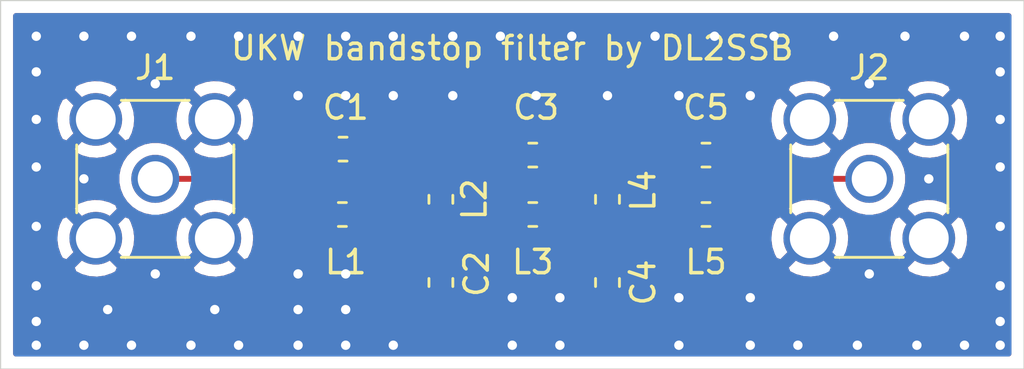
<source format=kicad_pcb>
(kicad_pcb (version 20171130) (host pcbnew 5.1.6)

  (general
    (thickness 1.6)
    (drawings 5)
    (tracks 106)
    (zones 0)
    (modules 12)
    (nets 8)
  )

  (page A4)
  (layers
    (0 F.Cu signal)
    (31 B.Cu signal)
    (32 B.Adhes user)
    (33 F.Adhes user)
    (34 B.Paste user)
    (35 F.Paste user)
    (36 B.SilkS user)
    (37 F.SilkS user)
    (38 B.Mask user)
    (39 F.Mask user)
    (40 Dwgs.User user)
    (41 Cmts.User user)
    (42 Eco1.User user)
    (43 Eco2.User user)
    (44 Edge.Cuts user)
    (45 Margin user)
    (46 B.CrtYd user)
    (47 F.CrtYd user)
    (48 B.Fab user hide)
    (49 F.Fab user hide)
  )

  (setup
    (last_trace_width 0.25)
    (trace_clearance 0.2)
    (zone_clearance 0.508)
    (zone_45_only no)
    (trace_min 0.2)
    (via_size 0.8)
    (via_drill 0.4)
    (via_min_size 0.4)
    (via_min_drill 0.3)
    (uvia_size 0.3)
    (uvia_drill 0.1)
    (uvias_allowed no)
    (uvia_min_size 0.2)
    (uvia_min_drill 0.1)
    (edge_width 0.05)
    (segment_width 0.2)
    (pcb_text_width 0.3)
    (pcb_text_size 1.5 1.5)
    (mod_edge_width 0.12)
    (mod_text_size 1 1)
    (mod_text_width 0.15)
    (pad_size 1.524 1.524)
    (pad_drill 0.762)
    (pad_to_mask_clearance 0.05)
    (aux_axis_origin 0 0)
    (visible_elements FFFFFF7F)
    (pcbplotparams
      (layerselection 0x010fc_ffffffff)
      (usegerberextensions false)
      (usegerberattributes true)
      (usegerberadvancedattributes true)
      (creategerberjobfile true)
      (excludeedgelayer true)
      (linewidth 0.100000)
      (plotframeref false)
      (viasonmask false)
      (mode 1)
      (useauxorigin false)
      (hpglpennumber 1)
      (hpglpenspeed 20)
      (hpglpendiameter 15.000000)
      (psnegative false)
      (psa4output false)
      (plotreference true)
      (plotvalue false)
      (plotinvisibletext false)
      (padsonsilk false)
      (subtractmaskfromsilk false)
      (outputformat 1)
      (mirror false)
      (drillshape 0)
      (scaleselection 1)
      (outputdirectory "export/"))
  )

  (net 0 "")
  (net 1 "Net-(C1-Pad1)")
  (net 2 "Net-(C1-Pad2)")
  (net 3 "Net-(C2-Pad2)")
  (net 4 GND)
  (net 5 "Net-(C3-Pad1)")
  (net 6 "Net-(C4-Pad2)")
  (net 7 "Net-(C5-Pad1)")

  (net_class Default "This is the default net class."
    (clearance 0.2)
    (trace_width 0.25)
    (via_dia 0.8)
    (via_drill 0.4)
    (uvia_dia 0.3)
    (uvia_drill 0.1)
    (add_net GND)
    (add_net "Net-(C1-Pad1)")
    (add_net "Net-(C1-Pad2)")
    (add_net "Net-(C2-Pad2)")
    (add_net "Net-(C3-Pad1)")
    (add_net "Net-(C4-Pad2)")
    (add_net "Net-(C5-Pad1)")
  )

  (module Capacitor_SMD:C_0603_1608Metric_Pad1.05x0.95mm_HandSolder (layer F.Cu) (tedit 5B301BBE) (tstamp 5EEE0D1C)
    (at 68.975 74.93 180)
    (descr "Capacitor SMD 0603 (1608 Metric), square (rectangular) end terminal, IPC_7351 nominal with elongated pad for handsoldering. (Body size source: http://www.tortai-tech.com/upload/download/2011102023233369053.pdf), generated with kicad-footprint-generator")
    (tags "capacitor handsolder")
    (path /5EEE13FC)
    (attr smd)
    (fp_text reference C1 (at -0.113 1.778) (layer F.SilkS)
      (effects (font (size 1 1) (thickness 0.15)))
    )
    (fp_text value 82pF (at 0 1.43) (layer F.Fab)
      (effects (font (size 1 1) (thickness 0.15)))
    )
    (fp_line (start -0.8 0.4) (end -0.8 -0.4) (layer F.Fab) (width 0.1))
    (fp_line (start -0.8 -0.4) (end 0.8 -0.4) (layer F.Fab) (width 0.1))
    (fp_line (start 0.8 -0.4) (end 0.8 0.4) (layer F.Fab) (width 0.1))
    (fp_line (start 0.8 0.4) (end -0.8 0.4) (layer F.Fab) (width 0.1))
    (fp_line (start -0.171267 -0.51) (end 0.171267 -0.51) (layer F.SilkS) (width 0.12))
    (fp_line (start -0.171267 0.51) (end 0.171267 0.51) (layer F.SilkS) (width 0.12))
    (fp_line (start -1.65 0.73) (end -1.65 -0.73) (layer F.CrtYd) (width 0.05))
    (fp_line (start -1.65 -0.73) (end 1.65 -0.73) (layer F.CrtYd) (width 0.05))
    (fp_line (start 1.65 -0.73) (end 1.65 0.73) (layer F.CrtYd) (width 0.05))
    (fp_line (start 1.65 0.73) (end -1.65 0.73) (layer F.CrtYd) (width 0.05))
    (fp_text user %R (at 0 0) (layer F.Fab)
      (effects (font (size 0.4 0.4) (thickness 0.06)))
    )
    (pad 1 smd roundrect (at -0.875 0 180) (size 1.05 0.95) (layers F.Cu F.Paste F.Mask) (roundrect_rratio 0.25)
      (net 1 "Net-(C1-Pad1)"))
    (pad 2 smd roundrect (at 0.875 0 180) (size 1.05 0.95) (layers F.Cu F.Paste F.Mask) (roundrect_rratio 0.25)
      (net 2 "Net-(C1-Pad2)"))
    (model ${KISYS3DMOD}/Capacitor_SMD.3dshapes/C_0603_1608Metric.wrl
      (at (xyz 0 0 0))
      (scale (xyz 1 1 1))
      (rotate (xyz 0 0 0))
    )
  )

  (module Capacitor_SMD:C_0603_1608Metric_Pad1.05x0.95mm_HandSolder (layer F.Cu) (tedit 5B301BBE) (tstamp 5EEE0D2D)
    (at 73.152 80.631 90)
    (descr "Capacitor SMD 0603 (1608 Metric), square (rectangular) end terminal, IPC_7351 nominal with elongated pad for handsoldering. (Body size source: http://www.tortai-tech.com/upload/download/2011102023233369053.pdf), generated with kicad-footprint-generator")
    (tags "capacitor handsolder")
    (path /5EEE4DEB)
    (attr smd)
    (fp_text reference C2 (at 0.367 1.524 90) (layer F.SilkS)
      (effects (font (size 1 1) (thickness 0.15)))
    )
    (fp_text value 20pF (at 0 1.43 90) (layer F.Fab)
      (effects (font (size 1 1) (thickness 0.15)))
    )
    (fp_line (start 1.65 0.73) (end -1.65 0.73) (layer F.CrtYd) (width 0.05))
    (fp_line (start 1.65 -0.73) (end 1.65 0.73) (layer F.CrtYd) (width 0.05))
    (fp_line (start -1.65 -0.73) (end 1.65 -0.73) (layer F.CrtYd) (width 0.05))
    (fp_line (start -1.65 0.73) (end -1.65 -0.73) (layer F.CrtYd) (width 0.05))
    (fp_line (start -0.171267 0.51) (end 0.171267 0.51) (layer F.SilkS) (width 0.12))
    (fp_line (start -0.171267 -0.51) (end 0.171267 -0.51) (layer F.SilkS) (width 0.12))
    (fp_line (start 0.8 0.4) (end -0.8 0.4) (layer F.Fab) (width 0.1))
    (fp_line (start 0.8 -0.4) (end 0.8 0.4) (layer F.Fab) (width 0.1))
    (fp_line (start -0.8 -0.4) (end 0.8 -0.4) (layer F.Fab) (width 0.1))
    (fp_line (start -0.8 0.4) (end -0.8 -0.4) (layer F.Fab) (width 0.1))
    (fp_text user %R (at 0 0 90) (layer F.Fab)
      (effects (font (size 0.4 0.4) (thickness 0.06)))
    )
    (pad 2 smd roundrect (at 0.875 0 90) (size 1.05 0.95) (layers F.Cu F.Paste F.Mask) (roundrect_rratio 0.25)
      (net 3 "Net-(C2-Pad2)"))
    (pad 1 smd roundrect (at -0.875 0 90) (size 1.05 0.95) (layers F.Cu F.Paste F.Mask) (roundrect_rratio 0.25)
      (net 4 GND))
    (model ${KISYS3DMOD}/Capacitor_SMD.3dshapes/C_0603_1608Metric.wrl
      (at (xyz 0 0 0))
      (scale (xyz 1 1 1))
      (rotate (xyz 0 0 0))
    )
  )

  (module Capacitor_SMD:C_0603_1608Metric_Pad1.05x0.95mm_HandSolder (layer F.Cu) (tedit 5B301BBE) (tstamp 5EEE0D3E)
    (at 77.075 75.184 180)
    (descr "Capacitor SMD 0603 (1608 Metric), square (rectangular) end terminal, IPC_7351 nominal with elongated pad for handsoldering. (Body size source: http://www.tortai-tech.com/upload/download/2011102023233369053.pdf), generated with kicad-footprint-generator")
    (tags "capacitor handsolder")
    (path /5EEE6E37)
    (attr smd)
    (fp_text reference C3 (at -0.141 2.032) (layer F.SilkS)
      (effects (font (size 1 1) (thickness 0.15)))
    )
    (fp_text value 39pF (at 0 1.43) (layer F.Fab)
      (effects (font (size 1 1) (thickness 0.15)))
    )
    (fp_line (start -0.8 0.4) (end -0.8 -0.4) (layer F.Fab) (width 0.1))
    (fp_line (start -0.8 -0.4) (end 0.8 -0.4) (layer F.Fab) (width 0.1))
    (fp_line (start 0.8 -0.4) (end 0.8 0.4) (layer F.Fab) (width 0.1))
    (fp_line (start 0.8 0.4) (end -0.8 0.4) (layer F.Fab) (width 0.1))
    (fp_line (start -0.171267 -0.51) (end 0.171267 -0.51) (layer F.SilkS) (width 0.12))
    (fp_line (start -0.171267 0.51) (end 0.171267 0.51) (layer F.SilkS) (width 0.12))
    (fp_line (start -1.65 0.73) (end -1.65 -0.73) (layer F.CrtYd) (width 0.05))
    (fp_line (start -1.65 -0.73) (end 1.65 -0.73) (layer F.CrtYd) (width 0.05))
    (fp_line (start 1.65 -0.73) (end 1.65 0.73) (layer F.CrtYd) (width 0.05))
    (fp_line (start 1.65 0.73) (end -1.65 0.73) (layer F.CrtYd) (width 0.05))
    (fp_text user %R (at 0 0) (layer F.Fab)
      (effects (font (size 0.4 0.4) (thickness 0.06)))
    )
    (pad 1 smd roundrect (at -0.875 0 180) (size 1.05 0.95) (layers F.Cu F.Paste F.Mask) (roundrect_rratio 0.25)
      (net 5 "Net-(C3-Pad1)"))
    (pad 2 smd roundrect (at 0.875 0 180) (size 1.05 0.95) (layers F.Cu F.Paste F.Mask) (roundrect_rratio 0.25)
      (net 1 "Net-(C1-Pad1)"))
    (model ${KISYS3DMOD}/Capacitor_SMD.3dshapes/C_0603_1608Metric.wrl
      (at (xyz 0 0 0))
      (scale (xyz 1 1 1))
      (rotate (xyz 0 0 0))
    )
  )

  (module Capacitor_SMD:C_0603_1608Metric_Pad1.05x0.95mm_HandSolder (layer F.Cu) (tedit 5B301BBE) (tstamp 5EEE0D4F)
    (at 80.264 80.631 90)
    (descr "Capacitor SMD 0603 (1608 Metric), square (rectangular) end terminal, IPC_7351 nominal with elongated pad for handsoldering. (Body size source: http://www.tortai-tech.com/upload/download/2011102023233369053.pdf), generated with kicad-footprint-generator")
    (tags "capacitor handsolder")
    (path /5EEE8A32)
    (attr smd)
    (fp_text reference C4 (at 0 1.524 90) (layer F.SilkS)
      (effects (font (size 1 1) (thickness 0.15)))
    )
    (fp_text value 20pF (at 0 1.43 90) (layer F.Fab)
      (effects (font (size 1 1) (thickness 0.15)))
    )
    (fp_line (start -0.8 0.4) (end -0.8 -0.4) (layer F.Fab) (width 0.1))
    (fp_line (start -0.8 -0.4) (end 0.8 -0.4) (layer F.Fab) (width 0.1))
    (fp_line (start 0.8 -0.4) (end 0.8 0.4) (layer F.Fab) (width 0.1))
    (fp_line (start 0.8 0.4) (end -0.8 0.4) (layer F.Fab) (width 0.1))
    (fp_line (start -0.171267 -0.51) (end 0.171267 -0.51) (layer F.SilkS) (width 0.12))
    (fp_line (start -0.171267 0.51) (end 0.171267 0.51) (layer F.SilkS) (width 0.12))
    (fp_line (start -1.65 0.73) (end -1.65 -0.73) (layer F.CrtYd) (width 0.05))
    (fp_line (start -1.65 -0.73) (end 1.65 -0.73) (layer F.CrtYd) (width 0.05))
    (fp_line (start 1.65 -0.73) (end 1.65 0.73) (layer F.CrtYd) (width 0.05))
    (fp_line (start 1.65 0.73) (end -1.65 0.73) (layer F.CrtYd) (width 0.05))
    (fp_text user %R (at 0 0 90) (layer F.Fab)
      (effects (font (size 0.4 0.4) (thickness 0.06)))
    )
    (pad 1 smd roundrect (at -0.875 0 90) (size 1.05 0.95) (layers F.Cu F.Paste F.Mask) (roundrect_rratio 0.25)
      (net 4 GND))
    (pad 2 smd roundrect (at 0.875 0 90) (size 1.05 0.95) (layers F.Cu F.Paste F.Mask) (roundrect_rratio 0.25)
      (net 6 "Net-(C4-Pad2)"))
    (model ${KISYS3DMOD}/Capacitor_SMD.3dshapes/C_0603_1608Metric.wrl
      (at (xyz 0 0 0))
      (scale (xyz 1 1 1))
      (rotate (xyz 0 0 0))
    )
  )

  (module Capacitor_SMD:C_0603_1608Metric_Pad1.05x0.95mm_HandSolder (layer F.Cu) (tedit 5B301BBE) (tstamp 5EEE0D60)
    (at 84.469 75.184 180)
    (descr "Capacitor SMD 0603 (1608 Metric), square (rectangular) end terminal, IPC_7351 nominal with elongated pad for handsoldering. (Body size source: http://www.tortai-tech.com/upload/download/2011102023233369053.pdf), generated with kicad-footprint-generator")
    (tags "capacitor handsolder")
    (path /5EEE8165)
    (attr smd)
    (fp_text reference C5 (at 0 2.032) (layer F.SilkS)
      (effects (font (size 1 1) (thickness 0.15)))
    )
    (fp_text value 39pF (at 0 1.43) (layer F.Fab)
      (effects (font (size 1 1) (thickness 0.15)))
    )
    (fp_line (start 1.65 0.73) (end -1.65 0.73) (layer F.CrtYd) (width 0.05))
    (fp_line (start 1.65 -0.73) (end 1.65 0.73) (layer F.CrtYd) (width 0.05))
    (fp_line (start -1.65 -0.73) (end 1.65 -0.73) (layer F.CrtYd) (width 0.05))
    (fp_line (start -1.65 0.73) (end -1.65 -0.73) (layer F.CrtYd) (width 0.05))
    (fp_line (start -0.171267 0.51) (end 0.171267 0.51) (layer F.SilkS) (width 0.12))
    (fp_line (start -0.171267 -0.51) (end 0.171267 -0.51) (layer F.SilkS) (width 0.12))
    (fp_line (start 0.8 0.4) (end -0.8 0.4) (layer F.Fab) (width 0.1))
    (fp_line (start 0.8 -0.4) (end 0.8 0.4) (layer F.Fab) (width 0.1))
    (fp_line (start -0.8 -0.4) (end 0.8 -0.4) (layer F.Fab) (width 0.1))
    (fp_line (start -0.8 0.4) (end -0.8 -0.4) (layer F.Fab) (width 0.1))
    (fp_text user %R (at 0 0) (layer F.Fab)
      (effects (font (size 0.4 0.4) (thickness 0.06)))
    )
    (pad 2 smd roundrect (at 0.875 0 180) (size 1.05 0.95) (layers F.Cu F.Paste F.Mask) (roundrect_rratio 0.25)
      (net 5 "Net-(C3-Pad1)"))
    (pad 1 smd roundrect (at -0.875 0 180) (size 1.05 0.95) (layers F.Cu F.Paste F.Mask) (roundrect_rratio 0.25)
      (net 7 "Net-(C5-Pad1)"))
    (model ${KISYS3DMOD}/Capacitor_SMD.3dshapes/C_0603_1608Metric.wrl
      (at (xyz 0 0 0))
      (scale (xyz 1 1 1))
      (rotate (xyz 0 0 0))
    )
  )

  (module Connector_Coaxial:SMA_Amphenol_901-144_Vertical (layer F.Cu) (tedit 5B2F4C32) (tstamp 5EEE108C)
    (at 60.96 76.2)
    (descr https://www.amphenolrf.com/downloads/dl/file/id/7023/product/3103/901_144_customer_drawing.pdf)
    (tags "SMA THT Female Jack Vertical")
    (path /5EEE0A87)
    (fp_text reference J1 (at 0 -4.75) (layer F.SilkS)
      (effects (font (size 1 1) (thickness 0.15)))
    )
    (fp_text value Conn_Coaxial (at 0 5) (layer F.Fab)
      (effects (font (size 1 1) (thickness 0.15)))
    )
    (fp_circle (center 0 0) (end 3.175 0) (layer F.Fab) (width 0.1))
    (fp_line (start 4.17 4.17) (end -4.17 4.17) (layer F.CrtYd) (width 0.05))
    (fp_line (start 4.17 4.17) (end 4.17 -4.17) (layer F.CrtYd) (width 0.05))
    (fp_line (start -4.17 -4.17) (end -4.17 4.17) (layer F.CrtYd) (width 0.05))
    (fp_line (start -4.17 -4.17) (end 4.17 -4.17) (layer F.CrtYd) (width 0.05))
    (fp_line (start -3.175 -3.175) (end 3.175 -3.175) (layer F.Fab) (width 0.1))
    (fp_line (start -3.175 -3.175) (end -3.175 3.175) (layer F.Fab) (width 0.1))
    (fp_line (start -3.175 3.175) (end 3.175 3.175) (layer F.Fab) (width 0.1))
    (fp_line (start 3.175 -3.175) (end 3.175 3.175) (layer F.Fab) (width 0.1))
    (fp_line (start -3.355 -1.45) (end -3.355 1.45) (layer F.SilkS) (width 0.12))
    (fp_line (start 3.355 -1.45) (end 3.355 1.45) (layer F.SilkS) (width 0.12))
    (fp_line (start -1.45 3.355) (end 1.45 3.355) (layer F.SilkS) (width 0.12))
    (fp_line (start -1.45 -3.355) (end 1.45 -3.355) (layer F.SilkS) (width 0.12))
    (fp_text user %R (at 0 0) (layer F.Fab)
      (effects (font (size 1 1) (thickness 0.15)))
    )
    (pad 1 thru_hole circle (at 0 0) (size 2.05 2.05) (drill 1.5) (layers *.Cu *.Mask)
      (net 2 "Net-(C1-Pad2)"))
    (pad 2 thru_hole circle (at 2.54 2.54) (size 2.25 2.25) (drill 1.7) (layers *.Cu *.Mask)
      (net 4 GND))
    (pad 2 thru_hole circle (at 2.54 -2.54) (size 2.25 2.25) (drill 1.7) (layers *.Cu *.Mask)
      (net 4 GND))
    (pad 2 thru_hole circle (at -2.54 -2.54) (size 2.25 2.25) (drill 1.7) (layers *.Cu *.Mask)
      (net 4 GND))
    (pad 2 thru_hole circle (at -2.54 2.54) (size 2.25 2.25) (drill 1.7) (layers *.Cu *.Mask)
      (net 4 GND))
    (model ${KISYS3DMOD}/Connector_Coaxial.3dshapes/SMA_Amphenol_901-144_Vertical.wrl
      (at (xyz 0 0 0))
      (scale (xyz 1 1 1))
      (rotate (xyz 0 0 0))
    )
  )

  (module Connector_Coaxial:SMA_Amphenol_901-144_Vertical (layer F.Cu) (tedit 5B2F4C32) (tstamp 5EEE173E)
    (at 91.44 76.2)
    (descr https://www.amphenolrf.com/downloads/dl/file/id/7023/product/3103/901_144_customer_drawing.pdf)
    (tags "SMA THT Female Jack Vertical")
    (path /5EEE0F1E)
    (fp_text reference J2 (at 0 -4.75) (layer F.SilkS)
      (effects (font (size 1 1) (thickness 0.15)))
    )
    (fp_text value Conn_Coaxial (at 0 5) (layer F.Fab)
      (effects (font (size 1 1) (thickness 0.15)))
    )
    (fp_line (start -1.45 -3.355) (end 1.45 -3.355) (layer F.SilkS) (width 0.12))
    (fp_line (start -1.45 3.355) (end 1.45 3.355) (layer F.SilkS) (width 0.12))
    (fp_line (start 3.355 -1.45) (end 3.355 1.45) (layer F.SilkS) (width 0.12))
    (fp_line (start -3.355 -1.45) (end -3.355 1.45) (layer F.SilkS) (width 0.12))
    (fp_line (start 3.175 -3.175) (end 3.175 3.175) (layer F.Fab) (width 0.1))
    (fp_line (start -3.175 3.175) (end 3.175 3.175) (layer F.Fab) (width 0.1))
    (fp_line (start -3.175 -3.175) (end -3.175 3.175) (layer F.Fab) (width 0.1))
    (fp_line (start -3.175 -3.175) (end 3.175 -3.175) (layer F.Fab) (width 0.1))
    (fp_line (start -4.17 -4.17) (end 4.17 -4.17) (layer F.CrtYd) (width 0.05))
    (fp_line (start -4.17 -4.17) (end -4.17 4.17) (layer F.CrtYd) (width 0.05))
    (fp_line (start 4.17 4.17) (end 4.17 -4.17) (layer F.CrtYd) (width 0.05))
    (fp_line (start 4.17 4.17) (end -4.17 4.17) (layer F.CrtYd) (width 0.05))
    (fp_circle (center 0 0) (end 3.175 0) (layer F.Fab) (width 0.1))
    (fp_text user %R (at 0 0) (layer F.Fab)
      (effects (font (size 1 1) (thickness 0.15)))
    )
    (pad 2 thru_hole circle (at -2.54 2.54) (size 2.25 2.25) (drill 1.7) (layers *.Cu *.Mask)
      (net 4 GND))
    (pad 2 thru_hole circle (at -2.54 -2.54) (size 2.25 2.25) (drill 1.7) (layers *.Cu *.Mask)
      (net 4 GND))
    (pad 2 thru_hole circle (at 2.54 -2.54) (size 2.25 2.25) (drill 1.7) (layers *.Cu *.Mask)
      (net 4 GND))
    (pad 2 thru_hole circle (at 2.54 2.54) (size 2.25 2.25) (drill 1.7) (layers *.Cu *.Mask)
      (net 4 GND))
    (pad 1 thru_hole circle (at 0 0) (size 2.05 2.05) (drill 1.5) (layers *.Cu *.Mask)
      (net 7 "Net-(C5-Pad1)"))
    (model ${KISYS3DMOD}/Connector_Coaxial.3dshapes/SMA_Amphenol_901-144_Vertical.wrl
      (at (xyz 0 0 0))
      (scale (xyz 1 1 1))
      (rotate (xyz 0 0 0))
    )
  )

  (module Inductor_SMD:L_0603_1608Metric_Pad1.05x0.95mm_HandSolder (layer F.Cu) (tedit 5B301BBE) (tstamp 5EEE0D9F)
    (at 68.947 77.724)
    (descr "Capacitor SMD 0603 (1608 Metric), square (rectangular) end terminal, IPC_7351 nominal with elongated pad for handsoldering. (Body size source: http://www.tortai-tech.com/upload/download/2011102023233369053.pdf), generated with kicad-footprint-generator")
    (tags "inductor handsolder")
    (path /5EEE16B0)
    (attr smd)
    (fp_text reference L1 (at 0.141 2.032) (layer F.SilkS)
      (effects (font (size 1 1) (thickness 0.15)))
    )
    (fp_text value 27nH (at 0 1.43) (layer F.Fab)
      (effects (font (size 1 1) (thickness 0.15)))
    )
    (fp_line (start -0.8 0.4) (end -0.8 -0.4) (layer F.Fab) (width 0.1))
    (fp_line (start -0.8 -0.4) (end 0.8 -0.4) (layer F.Fab) (width 0.1))
    (fp_line (start 0.8 -0.4) (end 0.8 0.4) (layer F.Fab) (width 0.1))
    (fp_line (start 0.8 0.4) (end -0.8 0.4) (layer F.Fab) (width 0.1))
    (fp_line (start -0.171267 -0.51) (end 0.171267 -0.51) (layer F.SilkS) (width 0.12))
    (fp_line (start -0.171267 0.51) (end 0.171267 0.51) (layer F.SilkS) (width 0.12))
    (fp_line (start -1.65 0.73) (end -1.65 -0.73) (layer F.CrtYd) (width 0.05))
    (fp_line (start -1.65 -0.73) (end 1.65 -0.73) (layer F.CrtYd) (width 0.05))
    (fp_line (start 1.65 -0.73) (end 1.65 0.73) (layer F.CrtYd) (width 0.05))
    (fp_line (start 1.65 0.73) (end -1.65 0.73) (layer F.CrtYd) (width 0.05))
    (fp_text user %R (at 0 0) (layer F.Fab)
      (effects (font (size 0.4 0.4) (thickness 0.06)))
    )
    (pad 1 smd roundrect (at -0.875 0) (size 1.05 0.95) (layers F.Cu F.Paste F.Mask) (roundrect_rratio 0.25)
      (net 2 "Net-(C1-Pad2)"))
    (pad 2 smd roundrect (at 0.875 0) (size 1.05 0.95) (layers F.Cu F.Paste F.Mask) (roundrect_rratio 0.25)
      (net 1 "Net-(C1-Pad1)"))
    (model ${KISYS3DMOD}/Inductor_SMD.3dshapes/L_0603_1608Metric.wrl
      (at (xyz 0 0 0))
      (scale (xyz 1 1 1))
      (rotate (xyz 0 0 0))
    )
  )

  (module Inductor_SMD:L_0603_1608Metric_Pad1.05x0.95mm_HandSolder (layer F.Cu) (tedit 5B301BBE) (tstamp 5EEE0DB0)
    (at 73.152 77.075 270)
    (descr "Capacitor SMD 0603 (1608 Metric), square (rectangular) end terminal, IPC_7351 nominal with elongated pad for handsoldering. (Body size source: http://www.tortai-tech.com/upload/download/2011102023233369053.pdf), generated with kicad-footprint-generator")
    (tags "inductor handsolder")
    (path /5EEE4A43)
    (attr smd)
    (fp_text reference L2 (at 0 -1.43 90) (layer F.SilkS)
      (effects (font (size 1 1) (thickness 0.15)))
    )
    (fp_text value 140nH (at 0 1.43 90) (layer F.Fab)
      (effects (font (size 1 1) (thickness 0.15)))
    )
    (fp_line (start 1.65 0.73) (end -1.65 0.73) (layer F.CrtYd) (width 0.05))
    (fp_line (start 1.65 -0.73) (end 1.65 0.73) (layer F.CrtYd) (width 0.05))
    (fp_line (start -1.65 -0.73) (end 1.65 -0.73) (layer F.CrtYd) (width 0.05))
    (fp_line (start -1.65 0.73) (end -1.65 -0.73) (layer F.CrtYd) (width 0.05))
    (fp_line (start -0.171267 0.51) (end 0.171267 0.51) (layer F.SilkS) (width 0.12))
    (fp_line (start -0.171267 -0.51) (end 0.171267 -0.51) (layer F.SilkS) (width 0.12))
    (fp_line (start 0.8 0.4) (end -0.8 0.4) (layer F.Fab) (width 0.1))
    (fp_line (start 0.8 -0.4) (end 0.8 0.4) (layer F.Fab) (width 0.1))
    (fp_line (start -0.8 -0.4) (end 0.8 -0.4) (layer F.Fab) (width 0.1))
    (fp_line (start -0.8 0.4) (end -0.8 -0.4) (layer F.Fab) (width 0.1))
    (fp_text user %R (at 0 0 90) (layer F.Fab)
      (effects (font (size 0.4 0.4) (thickness 0.06)))
    )
    (pad 2 smd roundrect (at 0.875 0 270) (size 1.05 0.95) (layers F.Cu F.Paste F.Mask) (roundrect_rratio 0.25)
      (net 3 "Net-(C2-Pad2)"))
    (pad 1 smd roundrect (at -0.875 0 270) (size 1.05 0.95) (layers F.Cu F.Paste F.Mask) (roundrect_rratio 0.25)
      (net 1 "Net-(C1-Pad1)"))
    (model ${KISYS3DMOD}/Inductor_SMD.3dshapes/L_0603_1608Metric.wrl
      (at (xyz 0 0 0))
      (scale (xyz 1 1 1))
      (rotate (xyz 0 0 0))
    )
  )

  (module Inductor_SMD:L_0603_1608Metric_Pad1.05x0.95mm_HandSolder (layer F.Cu) (tedit 5B301BBE) (tstamp 5EEE0DC1)
    (at 77.075 77.724)
    (descr "Capacitor SMD 0603 (1608 Metric), square (rectangular) end terminal, IPC_7351 nominal with elongated pad for handsoldering. (Body size source: http://www.tortai-tech.com/upload/download/2011102023233369053.pdf), generated with kicad-footprint-generator")
    (tags "inductor handsolder")
    (path /5EEE6E3D)
    (attr smd)
    (fp_text reference L3 (at 0 2.032) (layer F.SilkS)
      (effects (font (size 1 1) (thickness 0.15)))
    )
    (fp_text value 68nH (at 0 1.43) (layer F.Fab)
      (effects (font (size 1 1) (thickness 0.15)))
    )
    (fp_line (start -0.8 0.4) (end -0.8 -0.4) (layer F.Fab) (width 0.1))
    (fp_line (start -0.8 -0.4) (end 0.8 -0.4) (layer F.Fab) (width 0.1))
    (fp_line (start 0.8 -0.4) (end 0.8 0.4) (layer F.Fab) (width 0.1))
    (fp_line (start 0.8 0.4) (end -0.8 0.4) (layer F.Fab) (width 0.1))
    (fp_line (start -0.171267 -0.51) (end 0.171267 -0.51) (layer F.SilkS) (width 0.12))
    (fp_line (start -0.171267 0.51) (end 0.171267 0.51) (layer F.SilkS) (width 0.12))
    (fp_line (start -1.65 0.73) (end -1.65 -0.73) (layer F.CrtYd) (width 0.05))
    (fp_line (start -1.65 -0.73) (end 1.65 -0.73) (layer F.CrtYd) (width 0.05))
    (fp_line (start 1.65 -0.73) (end 1.65 0.73) (layer F.CrtYd) (width 0.05))
    (fp_line (start 1.65 0.73) (end -1.65 0.73) (layer F.CrtYd) (width 0.05))
    (fp_text user %R (at 0 0) (layer F.Fab)
      (effects (font (size 0.4 0.4) (thickness 0.06)))
    )
    (pad 1 smd roundrect (at -0.875 0) (size 1.05 0.95) (layers F.Cu F.Paste F.Mask) (roundrect_rratio 0.25)
      (net 1 "Net-(C1-Pad1)"))
    (pad 2 smd roundrect (at 0.875 0) (size 1.05 0.95) (layers F.Cu F.Paste F.Mask) (roundrect_rratio 0.25)
      (net 5 "Net-(C3-Pad1)"))
    (model ${KISYS3DMOD}/Inductor_SMD.3dshapes/L_0603_1608Metric.wrl
      (at (xyz 0 0 0))
      (scale (xyz 1 1 1))
      (rotate (xyz 0 0 0))
    )
  )

  (module Inductor_SMD:L_0603_1608Metric_Pad1.05x0.95mm_HandSolder (layer F.Cu) (tedit 5B301BBE) (tstamp 5EEE0DD2)
    (at 80.264 77.075 270)
    (descr "Capacitor SMD 0603 (1608 Metric), square (rectangular) end terminal, IPC_7351 nominal with elongated pad for handsoldering. (Body size source: http://www.tortai-tech.com/upload/download/2011102023233369053.pdf), generated with kicad-footprint-generator")
    (tags "inductor handsolder")
    (path /5EEE8A28)
    (attr smd)
    (fp_text reference L4 (at -0.367 -1.524 90) (layer F.SilkS)
      (effects (font (size 1 1) (thickness 0.15)))
    )
    (fp_text value 140nH (at 0 1.43 90) (layer F.Fab)
      (effects (font (size 1 1) (thickness 0.15)))
    )
    (fp_line (start -0.8 0.4) (end -0.8 -0.4) (layer F.Fab) (width 0.1))
    (fp_line (start -0.8 -0.4) (end 0.8 -0.4) (layer F.Fab) (width 0.1))
    (fp_line (start 0.8 -0.4) (end 0.8 0.4) (layer F.Fab) (width 0.1))
    (fp_line (start 0.8 0.4) (end -0.8 0.4) (layer F.Fab) (width 0.1))
    (fp_line (start -0.171267 -0.51) (end 0.171267 -0.51) (layer F.SilkS) (width 0.12))
    (fp_line (start -0.171267 0.51) (end 0.171267 0.51) (layer F.SilkS) (width 0.12))
    (fp_line (start -1.65 0.73) (end -1.65 -0.73) (layer F.CrtYd) (width 0.05))
    (fp_line (start -1.65 -0.73) (end 1.65 -0.73) (layer F.CrtYd) (width 0.05))
    (fp_line (start 1.65 -0.73) (end 1.65 0.73) (layer F.CrtYd) (width 0.05))
    (fp_line (start 1.65 0.73) (end -1.65 0.73) (layer F.CrtYd) (width 0.05))
    (fp_text user %R (at 0 0 90) (layer F.Fab)
      (effects (font (size 0.4 0.4) (thickness 0.06)))
    )
    (pad 1 smd roundrect (at -0.875 0 270) (size 1.05 0.95) (layers F.Cu F.Paste F.Mask) (roundrect_rratio 0.25)
      (net 5 "Net-(C3-Pad1)"))
    (pad 2 smd roundrect (at 0.875 0 270) (size 1.05 0.95) (layers F.Cu F.Paste F.Mask) (roundrect_rratio 0.25)
      (net 6 "Net-(C4-Pad2)"))
    (model ${KISYS3DMOD}/Inductor_SMD.3dshapes/L_0603_1608Metric.wrl
      (at (xyz 0 0 0))
      (scale (xyz 1 1 1))
      (rotate (xyz 0 0 0))
    )
  )

  (module Inductor_SMD:L_0603_1608Metric_Pad1.05x0.95mm_HandSolder (layer F.Cu) (tedit 5B301BBE) (tstamp 5EEE0DE3)
    (at 84.469 77.724)
    (descr "Capacitor SMD 0603 (1608 Metric), square (rectangular) end terminal, IPC_7351 nominal with elongated pad for handsoldering. (Body size source: http://www.tortai-tech.com/upload/download/2011102023233369053.pdf), generated with kicad-footprint-generator")
    (tags "inductor handsolder")
    (path /5EEE816B)
    (attr smd)
    (fp_text reference L5 (at 0 2.032) (layer F.SilkS)
      (effects (font (size 1 1) (thickness 0.15)))
    )
    (fp_text value 68nH (at 0 1.43) (layer F.Fab)
      (effects (font (size 1 1) (thickness 0.15)))
    )
    (fp_line (start 1.65 0.73) (end -1.65 0.73) (layer F.CrtYd) (width 0.05))
    (fp_line (start 1.65 -0.73) (end 1.65 0.73) (layer F.CrtYd) (width 0.05))
    (fp_line (start -1.65 -0.73) (end 1.65 -0.73) (layer F.CrtYd) (width 0.05))
    (fp_line (start -1.65 0.73) (end -1.65 -0.73) (layer F.CrtYd) (width 0.05))
    (fp_line (start -0.171267 0.51) (end 0.171267 0.51) (layer F.SilkS) (width 0.12))
    (fp_line (start -0.171267 -0.51) (end 0.171267 -0.51) (layer F.SilkS) (width 0.12))
    (fp_line (start 0.8 0.4) (end -0.8 0.4) (layer F.Fab) (width 0.1))
    (fp_line (start 0.8 -0.4) (end 0.8 0.4) (layer F.Fab) (width 0.1))
    (fp_line (start -0.8 -0.4) (end 0.8 -0.4) (layer F.Fab) (width 0.1))
    (fp_line (start -0.8 0.4) (end -0.8 -0.4) (layer F.Fab) (width 0.1))
    (fp_text user %R (at 0 0) (layer F.Fab)
      (effects (font (size 0.4 0.4) (thickness 0.06)))
    )
    (pad 2 smd roundrect (at 0.875 0) (size 1.05 0.95) (layers F.Cu F.Paste F.Mask) (roundrect_rratio 0.25)
      (net 7 "Net-(C5-Pad1)"))
    (pad 1 smd roundrect (at -0.875 0) (size 1.05 0.95) (layers F.Cu F.Paste F.Mask) (roundrect_rratio 0.25)
      (net 5 "Net-(C3-Pad1)"))
    (model ${KISYS3DMOD}/Inductor_SMD.3dshapes/L_0603_1608Metric.wrl
      (at (xyz 0 0 0))
      (scale (xyz 1 1 1))
      (rotate (xyz 0 0 0))
    )
  )

  (gr_text "UKW bandstop filter by DL2SSB" (at 76.2 70.612) (layer F.SilkS)
    (effects (font (size 1 1) (thickness 0.15)))
  )
  (gr_line (start 98.044 68.58) (end 54.356 68.58) (layer Edge.Cuts) (width 0.05) (tstamp 5EEE1BA2))
  (gr_line (start 98.044 84.328) (end 98.044 68.58) (layer Edge.Cuts) (width 0.05))
  (gr_line (start 54.356 84.328) (end 98.044 84.328) (layer Edge.Cuts) (width 0.05))
  (gr_line (start 54.356 68.58) (end 54.356 84.328) (layer Edge.Cuts) (width 0.05))

  (segment (start 69.85 74.93) (end 70.866 74.93) (width 0.25) (layer F.Cu) (net 1))
  (segment (start 70.866 74.93) (end 71.12 75.184) (width 0.25) (layer F.Cu) (net 1))
  (segment (start 71.12 75.184) (end 71.12 76.2) (width 0.25) (layer F.Cu) (net 1))
  (segment (start 71.12 76.2) (end 73.152 76.2) (width 0.25) (layer F.Cu) (net 1))
  (segment (start 69.822 77.724) (end 69.822 77.498) (width 0.25) (layer F.Cu) (net 1))
  (segment (start 69.822 77.498) (end 70.612 76.708) (width 0.25) (layer F.Cu) (net 1))
  (segment (start 70.612 76.708) (end 71.12 76.2) (width 0.25) (layer F.Cu) (net 1))
  (segment (start 73.152 76.2) (end 75.692 76.2) (width 0.25) (layer F.Cu) (net 1))
  (segment (start 75.692 75.692) (end 76.2 75.184) (width 0.25) (layer F.Cu) (net 1))
  (segment (start 75.692 76.2) (end 75.692 75.692) (width 0.25) (layer F.Cu) (net 1))
  (segment (start 75.692 77.216) (end 76.2 77.724) (width 0.25) (layer F.Cu) (net 1))
  (segment (start 75.692 76.2) (end 75.692 77.216) (width 0.25) (layer F.Cu) (net 1))
  (segment (start 60.96 76.2) (end 68.072 76.2) (width 0.25) (layer F.Cu) (net 2))
  (segment (start 68.072 74.958) (end 68.1 74.93) (width 0.25) (layer F.Cu) (net 2))
  (segment (start 68.072 76.2) (end 68.072 74.958) (width 0.25) (layer F.Cu) (net 2))
  (segment (start 68.072 76.2) (end 68.072 77.724) (width 0.25) (layer F.Cu) (net 2))
  (segment (start 73.152 77.95) (end 73.152 79.756) (width 0.25) (layer F.Cu) (net 3))
  (via (at 55.88 70.104) (size 0.8) (drill 0.4) (layers F.Cu B.Cu) (net 4))
  (via (at 57.912 70.104) (size 0.8) (drill 0.4) (layers F.Cu B.Cu) (net 4))
  (via (at 59.944 70.104) (size 0.8) (drill 0.4) (layers F.Cu B.Cu) (net 4))
  (via (at 62.484 70.104) (size 0.8) (drill 0.4) (layers F.Cu B.Cu) (net 4))
  (via (at 64.516 70.104) (size 0.8) (drill 0.4) (layers F.Cu B.Cu) (net 4))
  (via (at 67.056 70.104) (size 0.8) (drill 0.4) (layers F.Cu B.Cu) (net 4))
  (via (at 69.088 70.104) (size 0.8) (drill 0.4) (layers F.Cu B.Cu) (net 4))
  (via (at 71.12 70.104) (size 0.8) (drill 0.4) (layers F.Cu B.Cu) (net 4))
  (via (at 73.66 70.104) (size 0.8) (drill 0.4) (layers F.Cu B.Cu) (net 4))
  (via (at 75.692 70.104) (size 0.8) (drill 0.4) (layers F.Cu B.Cu) (net 4))
  (via (at 78.74 70.104) (size 0.8) (drill 0.4) (layers F.Cu B.Cu) (net 4))
  (via (at 82.296 70.104) (size 0.8) (drill 0.4) (layers F.Cu B.Cu) (net 4))
  (via (at 84.836 70.104) (size 0.8) (drill 0.4) (layers F.Cu B.Cu) (net 4))
  (via (at 87.376 70.104) (size 0.8) (drill 0.4) (layers F.Cu B.Cu) (net 4))
  (via (at 89.916 70.104) (size 0.8) (drill 0.4) (layers F.Cu B.Cu) (net 4))
  (via (at 92.964 70.104) (size 0.8) (drill 0.4) (layers F.Cu B.Cu) (net 4))
  (via (at 95.504 70.104) (size 0.8) (drill 0.4) (layers F.Cu B.Cu) (net 4))
  (via (at 97.028 70.104) (size 0.8) (drill 0.4) (layers F.Cu B.Cu) (net 4))
  (via (at 97.028 71.628) (size 0.8) (drill 0.4) (layers F.Cu B.Cu) (net 4))
  (via (at 97.028 73.66) (size 0.8) (drill 0.4) (layers F.Cu B.Cu) (net 4))
  (via (at 97.028 75.692) (size 0.8) (drill 0.4) (layers F.Cu B.Cu) (net 4))
  (via (at 97.028 78.232) (size 0.8) (drill 0.4) (layers F.Cu B.Cu) (net 4))
  (via (at 97.028 80.772) (size 0.8) (drill 0.4) (layers F.Cu B.Cu) (net 4))
  (via (at 97.028 82.296) (size 0.8) (drill 0.4) (layers F.Cu B.Cu) (net 4))
  (via (at 97.028 83.312) (size 0.8) (drill 0.4) (layers F.Cu B.Cu) (net 4))
  (via (at 95.504 83.312) (size 0.8) (drill 0.4) (layers F.Cu B.Cu) (net 4))
  (via (at 93.472 83.312) (size 0.8) (drill 0.4) (layers F.Cu B.Cu) (net 4))
  (via (at 90.932 83.312) (size 0.8) (drill 0.4) (layers F.Cu B.Cu) (net 4))
  (via (at 88.392 83.312) (size 0.8) (drill 0.4) (layers F.Cu B.Cu) (net 4))
  (via (at 86.36 83.312) (size 0.8) (drill 0.4) (layers F.Cu B.Cu) (net 4))
  (via (at 83.312 83.312) (size 0.8) (drill 0.4) (layers F.Cu B.Cu) (net 4))
  (via (at 78.232 83.312) (size 0.8) (drill 0.4) (layers F.Cu B.Cu) (net 4))
  (via (at 76.2 83.312) (size 0.8) (drill 0.4) (layers F.Cu B.Cu) (net 4))
  (via (at 71.12 83.312) (size 0.8) (drill 0.4) (layers F.Cu B.Cu) (net 4))
  (via (at 69.088 83.312) (size 0.8) (drill 0.4) (layers F.Cu B.Cu) (net 4))
  (via (at 67.056 83.312) (size 0.8) (drill 0.4) (layers F.Cu B.Cu) (net 4))
  (via (at 64.516 83.312) (size 0.8) (drill 0.4) (layers F.Cu B.Cu) (net 4))
  (via (at 62.484 83.312) (size 0.8) (drill 0.4) (layers F.Cu B.Cu) (net 4))
  (via (at 67.056 81.788) (size 0.8) (drill 0.4) (layers F.Cu B.Cu) (net 4))
  (via (at 69.088 81.788) (size 0.8) (drill 0.4) (layers F.Cu B.Cu) (net 4))
  (via (at 69.088 80.264) (size 0.8) (drill 0.4) (layers F.Cu B.Cu) (net 4))
  (via (at 76.2 81.28) (size 0.8) (drill 0.4) (layers F.Cu B.Cu) (net 4))
  (via (at 78.232 81.28) (size 0.8) (drill 0.4) (layers F.Cu B.Cu) (net 4))
  (via (at 83.312 81.28) (size 0.8) (drill 0.4) (layers F.Cu B.Cu) (net 4))
  (via (at 86.36 81.28) (size 0.8) (drill 0.4) (layers F.Cu B.Cu) (net 4))
  (via (at 86.36 72.644) (size 0.8) (drill 0.4) (layers F.Cu B.Cu) (net 4))
  (via (at 83.312 72.644) (size 0.8) (drill 0.4) (layers F.Cu B.Cu) (net 4))
  (via (at 80.264 72.644) (size 0.8) (drill 0.4) (layers F.Cu B.Cu) (net 4))
  (via (at 77.216 72.644) (size 0.8) (drill 0.4) (layers F.Cu B.Cu) (net 4))
  (via (at 73.66 72.644) (size 0.8) (drill 0.4) (layers F.Cu B.Cu) (net 4))
  (via (at 71.12 72.644) (size 0.8) (drill 0.4) (layers F.Cu B.Cu) (net 4))
  (via (at 69.088 72.644) (size 0.8) (drill 0.4) (layers F.Cu B.Cu) (net 4))
  (via (at 67.056 72.644) (size 0.8) (drill 0.4) (layers F.Cu B.Cu) (net 4))
  (via (at 67.056 80.264) (size 0.8) (drill 0.4) (layers F.Cu B.Cu) (net 4))
  (via (at 60.96 72.136) (size 0.8) (drill 0.4) (layers F.Cu B.Cu) (net 4))
  (via (at 60.96 80.264) (size 0.8) (drill 0.4) (layers F.Cu B.Cu) (net 4))
  (via (at 91.44 80.264) (size 0.8) (drill 0.4) (layers F.Cu B.Cu) (net 4))
  (via (at 91.44 72.136) (size 0.8) (drill 0.4) (layers F.Cu B.Cu) (net 4))
  (via (at 93.98 76.2) (size 0.8) (drill 0.4) (layers F.Cu B.Cu) (net 4))
  (via (at 57.912 76.2) (size 0.8) (drill 0.4) (layers F.Cu B.Cu) (net 4))
  (via (at 55.88 71.628) (size 0.8) (drill 0.4) (layers F.Cu B.Cu) (net 4))
  (via (at 55.88 73.66) (size 0.8) (drill 0.4) (layers F.Cu B.Cu) (net 4))
  (via (at 55.88 75.692) (size 0.8) (drill 0.4) (layers F.Cu B.Cu) (net 4))
  (via (at 55.88 78.232) (size 0.8) (drill 0.4) (layers F.Cu B.Cu) (net 4))
  (via (at 55.88 80.772) (size 0.8) (drill 0.4) (layers F.Cu B.Cu) (net 4))
  (via (at 55.88 82.296) (size 0.8) (drill 0.4) (layers F.Cu B.Cu) (net 4))
  (via (at 55.88 83.312) (size 0.8) (drill 0.4) (layers F.Cu B.Cu) (net 4))
  (via (at 57.912 83.312) (size 0.8) (drill 0.4) (layers F.Cu B.Cu) (net 4))
  (via (at 59.944 83.312) (size 0.8) (drill 0.4) (layers F.Cu B.Cu) (net 4))
  (via (at 58.928 81.788) (size 0.8) (drill 0.4) (layers F.Cu B.Cu) (net 4))
  (via (at 63.5 81.788) (size 0.8) (drill 0.4) (layers F.Cu B.Cu) (net 4))
  (segment (start 77.95 75.184) (end 78.74 75.184) (width 0.25) (layer F.Cu) (net 5))
  (segment (start 78.74 75.184) (end 79.248 75.692) (width 0.25) (layer F.Cu) (net 5))
  (segment (start 79.248 75.692) (end 79.248 76.2) (width 0.25) (layer F.Cu) (net 5))
  (segment (start 79.248 76.2) (end 80.264 76.2) (width 0.25) (layer F.Cu) (net 5))
  (segment (start 77.95 77.724) (end 78.232 77.724) (width 0.25) (layer F.Cu) (net 5))
  (segment (start 79.248 76.708) (end 79.248 76.2) (width 0.25) (layer F.Cu) (net 5))
  (segment (start 78.232 77.724) (end 79.248 76.708) (width 0.25) (layer F.Cu) (net 5))
  (segment (start 80.264 76.2) (end 82.804 76.2) (width 0.25) (layer F.Cu) (net 5))
  (segment (start 82.804 75.974) (end 83.594 75.184) (width 0.25) (layer F.Cu) (net 5))
  (segment (start 82.804 76.2) (end 82.804 75.974) (width 0.25) (layer F.Cu) (net 5))
  (segment (start 82.804 76.934) (end 83.594 77.724) (width 0.25) (layer F.Cu) (net 5))
  (segment (start 82.804 76.2) (end 82.804 76.934) (width 0.25) (layer F.Cu) (net 5))
  (segment (start 80.264 77.95) (end 80.264 79.756) (width 0.25) (layer F.Cu) (net 6))
  (segment (start 85.344 75.184) (end 86.36 75.184) (width 0.25) (layer F.Cu) (net 7))
  (segment (start 86.36 75.184) (end 86.868 75.692) (width 0.25) (layer F.Cu) (net 7))
  (segment (start 86.868 76.2) (end 85.344 77.724) (width 0.25) (layer F.Cu) (net 7))
  (segment (start 86.868 75.692) (end 86.868 76.2) (width 0.25) (layer F.Cu) (net 7))
  (segment (start 86.868 76.2) (end 91.44 76.2) (width 0.25) (layer F.Cu) (net 7))

  (zone (net 4) (net_name GND) (layer B.Cu) (tstamp 5EEE1FAF) (hatch edge 0.508)
    (connect_pads (clearance 0.508))
    (min_thickness 0.254)
    (fill yes (arc_segments 32) (thermal_gap 0.508) (thermal_bridge_width 0.508))
    (polygon
      (pts
        (xy 98.044 84.328) (xy 54.356 84.328) (xy 54.356 68.58) (xy 98.044 68.58)
      )
    )
    (filled_polygon
      (pts
        (xy 97.384 83.668) (xy 55.016 83.668) (xy 55.016 79.964531) (xy 57.375074 79.964531) (xy 57.485921 80.241714)
        (xy 57.79684 80.395089) (xy 58.131705 80.48486) (xy 58.47765 80.507576) (xy 58.82138 80.462366) (xy 59.149685 80.350966)
        (xy 59.354079 80.241714) (xy 59.464926 79.964531) (xy 62.455074 79.964531) (xy 62.565921 80.241714) (xy 62.87684 80.395089)
        (xy 63.211705 80.48486) (xy 63.55765 80.507576) (xy 63.90138 80.462366) (xy 64.229685 80.350966) (xy 64.434079 80.241714)
        (xy 64.544926 79.964531) (xy 87.855074 79.964531) (xy 87.965921 80.241714) (xy 88.27684 80.395089) (xy 88.611705 80.48486)
        (xy 88.95765 80.507576) (xy 89.30138 80.462366) (xy 89.629685 80.350966) (xy 89.834079 80.241714) (xy 89.944926 79.964531)
        (xy 92.935074 79.964531) (xy 93.045921 80.241714) (xy 93.35684 80.395089) (xy 93.691705 80.48486) (xy 94.03765 80.507576)
        (xy 94.38138 80.462366) (xy 94.709685 80.350966) (xy 94.914079 80.241714) (xy 95.024926 79.964531) (xy 93.98 78.919605)
        (xy 92.935074 79.964531) (xy 89.944926 79.964531) (xy 88.9 78.919605) (xy 87.855074 79.964531) (xy 64.544926 79.964531)
        (xy 63.5 78.919605) (xy 62.455074 79.964531) (xy 59.464926 79.964531) (xy 58.42 78.919605) (xy 57.375074 79.964531)
        (xy 55.016 79.964531) (xy 55.016 78.79765) (xy 56.652424 78.79765) (xy 56.697634 79.14138) (xy 56.809034 79.469685)
        (xy 56.918286 79.674079) (xy 57.195469 79.784926) (xy 58.240395 78.74) (xy 58.599605 78.74) (xy 59.644531 79.784926)
        (xy 59.921714 79.674079) (xy 60.075089 79.36316) (xy 60.16486 79.028295) (xy 60.180004 78.79765) (xy 61.732424 78.79765)
        (xy 61.777634 79.14138) (xy 61.889034 79.469685) (xy 61.998286 79.674079) (xy 62.275469 79.784926) (xy 63.320395 78.74)
        (xy 63.679605 78.74) (xy 64.724531 79.784926) (xy 65.001714 79.674079) (xy 65.155089 79.36316) (xy 65.24486 79.028295)
        (xy 65.260004 78.79765) (xy 87.132424 78.79765) (xy 87.177634 79.14138) (xy 87.289034 79.469685) (xy 87.398286 79.674079)
        (xy 87.675469 79.784926) (xy 88.720395 78.74) (xy 89.079605 78.74) (xy 90.124531 79.784926) (xy 90.401714 79.674079)
        (xy 90.555089 79.36316) (xy 90.64486 79.028295) (xy 90.660004 78.79765) (xy 92.212424 78.79765) (xy 92.257634 79.14138)
        (xy 92.369034 79.469685) (xy 92.478286 79.674079) (xy 92.755469 79.784926) (xy 93.800395 78.74) (xy 94.159605 78.74)
        (xy 95.204531 79.784926) (xy 95.481714 79.674079) (xy 95.635089 79.36316) (xy 95.72486 79.028295) (xy 95.747576 78.68235)
        (xy 95.702366 78.33862) (xy 95.590966 78.010315) (xy 95.481714 77.805921) (xy 95.204531 77.695074) (xy 94.159605 78.74)
        (xy 93.800395 78.74) (xy 92.755469 77.695074) (xy 92.478286 77.805921) (xy 92.324911 78.11684) (xy 92.23514 78.451705)
        (xy 92.212424 78.79765) (xy 90.660004 78.79765) (xy 90.667576 78.68235) (xy 90.622366 78.33862) (xy 90.510966 78.010315)
        (xy 90.401714 77.805921) (xy 90.124531 77.695074) (xy 89.079605 78.74) (xy 88.720395 78.74) (xy 87.675469 77.695074)
        (xy 87.398286 77.805921) (xy 87.244911 78.11684) (xy 87.15514 78.451705) (xy 87.132424 78.79765) (xy 65.260004 78.79765)
        (xy 65.267576 78.68235) (xy 65.222366 78.33862) (xy 65.110966 78.010315) (xy 65.001714 77.805921) (xy 64.724531 77.695074)
        (xy 63.679605 78.74) (xy 63.320395 78.74) (xy 62.275469 77.695074) (xy 61.998286 77.805921) (xy 61.844911 78.11684)
        (xy 61.75514 78.451705) (xy 61.732424 78.79765) (xy 60.180004 78.79765) (xy 60.187576 78.68235) (xy 60.142366 78.33862)
        (xy 60.030966 78.010315) (xy 59.921714 77.805921) (xy 59.644531 77.695074) (xy 58.599605 78.74) (xy 58.240395 78.74)
        (xy 57.195469 77.695074) (xy 56.918286 77.805921) (xy 56.764911 78.11684) (xy 56.67514 78.451705) (xy 56.652424 78.79765)
        (xy 55.016 78.79765) (xy 55.016 77.515469) (xy 57.375074 77.515469) (xy 58.42 78.560395) (xy 59.464926 77.515469)
        (xy 59.354079 77.238286) (xy 59.04316 77.084911) (xy 58.708295 76.99514) (xy 58.36235 76.972424) (xy 58.01862 77.017634)
        (xy 57.690315 77.129034) (xy 57.485921 77.238286) (xy 57.375074 77.515469) (xy 55.016 77.515469) (xy 55.016 76.036504)
        (xy 59.3 76.036504) (xy 59.3 76.363496) (xy 59.363793 76.684204) (xy 59.488927 76.986305) (xy 59.670594 77.258188)
        (xy 59.901812 77.489406) (xy 60.173695 77.671073) (xy 60.475796 77.796207) (xy 60.796504 77.86) (xy 61.123496 77.86)
        (xy 61.444204 77.796207) (xy 61.746305 77.671073) (xy 61.979182 77.515469) (xy 62.455074 77.515469) (xy 63.5 78.560395)
        (xy 64.544926 77.515469) (xy 87.855074 77.515469) (xy 88.9 78.560395) (xy 89.944926 77.515469) (xy 89.834079 77.238286)
        (xy 89.52316 77.084911) (xy 89.188295 76.99514) (xy 88.84235 76.972424) (xy 88.49862 77.017634) (xy 88.170315 77.129034)
        (xy 87.965921 77.238286) (xy 87.855074 77.515469) (xy 64.544926 77.515469) (xy 64.434079 77.238286) (xy 64.12316 77.084911)
        (xy 63.788295 76.99514) (xy 63.44235 76.972424) (xy 63.09862 77.017634) (xy 62.770315 77.129034) (xy 62.565921 77.238286)
        (xy 62.455074 77.515469) (xy 61.979182 77.515469) (xy 62.018188 77.489406) (xy 62.249406 77.258188) (xy 62.431073 76.986305)
        (xy 62.556207 76.684204) (xy 62.62 76.363496) (xy 62.62 76.036504) (xy 89.78 76.036504) (xy 89.78 76.363496)
        (xy 89.843793 76.684204) (xy 89.968927 76.986305) (xy 90.150594 77.258188) (xy 90.381812 77.489406) (xy 90.653695 77.671073)
        (xy 90.955796 77.796207) (xy 91.276504 77.86) (xy 91.603496 77.86) (xy 91.924204 77.796207) (xy 92.226305 77.671073)
        (xy 92.459182 77.515469) (xy 92.935074 77.515469) (xy 93.98 78.560395) (xy 95.024926 77.515469) (xy 94.914079 77.238286)
        (xy 94.60316 77.084911) (xy 94.268295 76.99514) (xy 93.92235 76.972424) (xy 93.57862 77.017634) (xy 93.250315 77.129034)
        (xy 93.045921 77.238286) (xy 92.935074 77.515469) (xy 92.459182 77.515469) (xy 92.498188 77.489406) (xy 92.729406 77.258188)
        (xy 92.911073 76.986305) (xy 93.036207 76.684204) (xy 93.1 76.363496) (xy 93.1 76.036504) (xy 93.036207 75.715796)
        (xy 92.911073 75.413695) (xy 92.729406 75.141812) (xy 92.498188 74.910594) (xy 92.459183 74.884531) (xy 92.935074 74.884531)
        (xy 93.045921 75.161714) (xy 93.35684 75.315089) (xy 93.691705 75.40486) (xy 94.03765 75.427576) (xy 94.38138 75.382366)
        (xy 94.709685 75.270966) (xy 94.914079 75.161714) (xy 95.024926 74.884531) (xy 93.98 73.839605) (xy 92.935074 74.884531)
        (xy 92.459183 74.884531) (xy 92.226305 74.728927) (xy 91.924204 74.603793) (xy 91.603496 74.54) (xy 91.276504 74.54)
        (xy 90.955796 74.603793) (xy 90.653695 74.728927) (xy 90.381812 74.910594) (xy 90.150594 75.141812) (xy 89.968927 75.413695)
        (xy 89.843793 75.715796) (xy 89.78 76.036504) (xy 62.62 76.036504) (xy 62.556207 75.715796) (xy 62.431073 75.413695)
        (xy 62.249406 75.141812) (xy 62.018188 74.910594) (xy 61.979183 74.884531) (xy 62.455074 74.884531) (xy 62.565921 75.161714)
        (xy 62.87684 75.315089) (xy 63.211705 75.40486) (xy 63.55765 75.427576) (xy 63.90138 75.382366) (xy 64.229685 75.270966)
        (xy 64.434079 75.161714) (xy 64.544926 74.884531) (xy 87.855074 74.884531) (xy 87.965921 75.161714) (xy 88.27684 75.315089)
        (xy 88.611705 75.40486) (xy 88.95765 75.427576) (xy 89.30138 75.382366) (xy 89.629685 75.270966) (xy 89.834079 75.161714)
        (xy 89.944926 74.884531) (xy 88.9 73.839605) (xy 87.855074 74.884531) (xy 64.544926 74.884531) (xy 63.5 73.839605)
        (xy 62.455074 74.884531) (xy 61.979183 74.884531) (xy 61.746305 74.728927) (xy 61.444204 74.603793) (xy 61.123496 74.54)
        (xy 60.796504 74.54) (xy 60.475796 74.603793) (xy 60.173695 74.728927) (xy 59.901812 74.910594) (xy 59.670594 75.141812)
        (xy 59.488927 75.413695) (xy 59.363793 75.715796) (xy 59.3 76.036504) (xy 55.016 76.036504) (xy 55.016 74.884531)
        (xy 57.375074 74.884531) (xy 57.485921 75.161714) (xy 57.79684 75.315089) (xy 58.131705 75.40486) (xy 58.47765 75.427576)
        (xy 58.82138 75.382366) (xy 59.149685 75.270966) (xy 59.354079 75.161714) (xy 59.464926 74.884531) (xy 58.42 73.839605)
        (xy 57.375074 74.884531) (xy 55.016 74.884531) (xy 55.016 73.71765) (xy 56.652424 73.71765) (xy 56.697634 74.06138)
        (xy 56.809034 74.389685) (xy 56.918286 74.594079) (xy 57.195469 74.704926) (xy 58.240395 73.66) (xy 58.599605 73.66)
        (xy 59.644531 74.704926) (xy 59.921714 74.594079) (xy 60.075089 74.28316) (xy 60.16486 73.948295) (xy 60.180004 73.71765)
        (xy 61.732424 73.71765) (xy 61.777634 74.06138) (xy 61.889034 74.389685) (xy 61.998286 74.594079) (xy 62.275469 74.704926)
        (xy 63.320395 73.66) (xy 63.679605 73.66) (xy 64.724531 74.704926) (xy 65.001714 74.594079) (xy 65.155089 74.28316)
        (xy 65.24486 73.948295) (xy 65.260004 73.71765) (xy 87.132424 73.71765) (xy 87.177634 74.06138) (xy 87.289034 74.389685)
        (xy 87.398286 74.594079) (xy 87.675469 74.704926) (xy 88.720395 73.66) (xy 89.079605 73.66) (xy 90.124531 74.704926)
        (xy 90.401714 74.594079) (xy 90.555089 74.28316) (xy 90.64486 73.948295) (xy 90.660004 73.71765) (xy 92.212424 73.71765)
        (xy 92.257634 74.06138) (xy 92.369034 74.389685) (xy 92.478286 74.594079) (xy 92.755469 74.704926) (xy 93.800395 73.66)
        (xy 94.159605 73.66) (xy 95.204531 74.704926) (xy 95.481714 74.594079) (xy 95.635089 74.28316) (xy 95.72486 73.948295)
        (xy 95.747576 73.60235) (xy 95.702366 73.25862) (xy 95.590966 72.930315) (xy 95.481714 72.725921) (xy 95.204531 72.615074)
        (xy 94.159605 73.66) (xy 93.800395 73.66) (xy 92.755469 72.615074) (xy 92.478286 72.725921) (xy 92.324911 73.03684)
        (xy 92.23514 73.371705) (xy 92.212424 73.71765) (xy 90.660004 73.71765) (xy 90.667576 73.60235) (xy 90.622366 73.25862)
        (xy 90.510966 72.930315) (xy 90.401714 72.725921) (xy 90.124531 72.615074) (xy 89.079605 73.66) (xy 88.720395 73.66)
        (xy 87.675469 72.615074) (xy 87.398286 72.725921) (xy 87.244911 73.03684) (xy 87.15514 73.371705) (xy 87.132424 73.71765)
        (xy 65.260004 73.71765) (xy 65.267576 73.60235) (xy 65.222366 73.25862) (xy 65.110966 72.930315) (xy 65.001714 72.725921)
        (xy 64.724531 72.615074) (xy 63.679605 73.66) (xy 63.320395 73.66) (xy 62.275469 72.615074) (xy 61.998286 72.725921)
        (xy 61.844911 73.03684) (xy 61.75514 73.371705) (xy 61.732424 73.71765) (xy 60.180004 73.71765) (xy 60.187576 73.60235)
        (xy 60.142366 73.25862) (xy 60.030966 72.930315) (xy 59.921714 72.725921) (xy 59.644531 72.615074) (xy 58.599605 73.66)
        (xy 58.240395 73.66) (xy 57.195469 72.615074) (xy 56.918286 72.725921) (xy 56.764911 73.03684) (xy 56.67514 73.371705)
        (xy 56.652424 73.71765) (xy 55.016 73.71765) (xy 55.016 72.435469) (xy 57.375074 72.435469) (xy 58.42 73.480395)
        (xy 59.464926 72.435469) (xy 62.455074 72.435469) (xy 63.5 73.480395) (xy 64.544926 72.435469) (xy 87.855074 72.435469)
        (xy 88.9 73.480395) (xy 89.944926 72.435469) (xy 92.935074 72.435469) (xy 93.98 73.480395) (xy 95.024926 72.435469)
        (xy 94.914079 72.158286) (xy 94.60316 72.004911) (xy 94.268295 71.91514) (xy 93.92235 71.892424) (xy 93.57862 71.937634)
        (xy 93.250315 72.049034) (xy 93.045921 72.158286) (xy 92.935074 72.435469) (xy 89.944926 72.435469) (xy 89.834079 72.158286)
        (xy 89.52316 72.004911) (xy 89.188295 71.91514) (xy 88.84235 71.892424) (xy 88.49862 71.937634) (xy 88.170315 72.049034)
        (xy 87.965921 72.158286) (xy 87.855074 72.435469) (xy 64.544926 72.435469) (xy 64.434079 72.158286) (xy 64.12316 72.004911)
        (xy 63.788295 71.91514) (xy 63.44235 71.892424) (xy 63.09862 71.937634) (xy 62.770315 72.049034) (xy 62.565921 72.158286)
        (xy 62.455074 72.435469) (xy 59.464926 72.435469) (xy 59.354079 72.158286) (xy 59.04316 72.004911) (xy 58.708295 71.91514)
        (xy 58.36235 71.892424) (xy 58.01862 71.937634) (xy 57.690315 72.049034) (xy 57.485921 72.158286) (xy 57.375074 72.435469)
        (xy 55.016 72.435469) (xy 55.016 69.24) (xy 97.384001 69.24)
      )
    )
  )
  (zone (net 4) (net_name GND) (layer F.Cu) (tstamp 5EEE1FAC) (hatch edge 0.508)
    (connect_pads (clearance 0.508))
    (min_thickness 0.254)
    (fill yes (arc_segments 32) (thermal_gap 0.508) (thermal_bridge_width 0.508))
    (polygon
      (pts
        (xy 98.044 84.328) (xy 54.356 84.328) (xy 54.356 68.58) (xy 98.044 68.58)
      )
    )
    (filled_polygon
      (pts
        (xy 97.384 83.668) (xy 55.016 83.668) (xy 55.016 82.031) (xy 72.038928 82.031) (xy 72.051188 82.155482)
        (xy 72.087498 82.27518) (xy 72.146463 82.385494) (xy 72.225815 82.482185) (xy 72.322506 82.561537) (xy 72.43282 82.620502)
        (xy 72.552518 82.656812) (xy 72.677 82.669072) (xy 72.86625 82.666) (xy 73.025 82.50725) (xy 73.025 81.633)
        (xy 73.279 81.633) (xy 73.279 82.50725) (xy 73.43775 82.666) (xy 73.627 82.669072) (xy 73.751482 82.656812)
        (xy 73.87118 82.620502) (xy 73.981494 82.561537) (xy 74.078185 82.482185) (xy 74.157537 82.385494) (xy 74.216502 82.27518)
        (xy 74.252812 82.155482) (xy 74.265072 82.031) (xy 79.150928 82.031) (xy 79.163188 82.155482) (xy 79.199498 82.27518)
        (xy 79.258463 82.385494) (xy 79.337815 82.482185) (xy 79.434506 82.561537) (xy 79.54482 82.620502) (xy 79.664518 82.656812)
        (xy 79.789 82.669072) (xy 79.97825 82.666) (xy 80.137 82.50725) (xy 80.137 81.633) (xy 80.391 81.633)
        (xy 80.391 82.50725) (xy 80.54975 82.666) (xy 80.739 82.669072) (xy 80.863482 82.656812) (xy 80.98318 82.620502)
        (xy 81.093494 82.561537) (xy 81.190185 82.482185) (xy 81.269537 82.385494) (xy 81.328502 82.27518) (xy 81.364812 82.155482)
        (xy 81.377072 82.031) (xy 81.374 81.79175) (xy 81.21525 81.633) (xy 80.391 81.633) (xy 80.137 81.633)
        (xy 79.31275 81.633) (xy 79.154 81.79175) (xy 79.150928 82.031) (xy 74.265072 82.031) (xy 74.262 81.79175)
        (xy 74.10325 81.633) (xy 73.279 81.633) (xy 73.025 81.633) (xy 72.20075 81.633) (xy 72.042 81.79175)
        (xy 72.038928 82.031) (xy 55.016 82.031) (xy 55.016 79.964531) (xy 57.375074 79.964531) (xy 57.485921 80.241714)
        (xy 57.79684 80.395089) (xy 58.131705 80.48486) (xy 58.47765 80.507576) (xy 58.82138 80.462366) (xy 59.149685 80.350966)
        (xy 59.354079 80.241714) (xy 59.464926 79.964531) (xy 62.455074 79.964531) (xy 62.565921 80.241714) (xy 62.87684 80.395089)
        (xy 63.211705 80.48486) (xy 63.55765 80.507576) (xy 63.90138 80.462366) (xy 64.229685 80.350966) (xy 64.434079 80.241714)
        (xy 64.544926 79.964531) (xy 63.5 78.919605) (xy 62.455074 79.964531) (xy 59.464926 79.964531) (xy 58.42 78.919605)
        (xy 57.375074 79.964531) (xy 55.016 79.964531) (xy 55.016 78.79765) (xy 56.652424 78.79765) (xy 56.697634 79.14138)
        (xy 56.809034 79.469685) (xy 56.918286 79.674079) (xy 57.195469 79.784926) (xy 58.240395 78.74) (xy 58.599605 78.74)
        (xy 59.644531 79.784926) (xy 59.921714 79.674079) (xy 60.075089 79.36316) (xy 60.16486 79.028295) (xy 60.180004 78.79765)
        (xy 61.732424 78.79765) (xy 61.777634 79.14138) (xy 61.889034 79.469685) (xy 61.998286 79.674079) (xy 62.275469 79.784926)
        (xy 63.320395 78.74) (xy 63.679605 78.74) (xy 64.724531 79.784926) (xy 65.001714 79.674079) (xy 65.155089 79.36316)
        (xy 65.24486 79.028295) (xy 65.267576 78.68235) (xy 65.222366 78.33862) (xy 65.110966 78.010315) (xy 65.001714 77.805921)
        (xy 64.724531 77.695074) (xy 63.679605 78.74) (xy 63.320395 78.74) (xy 62.275469 77.695074) (xy 61.998286 77.805921)
        (xy 61.844911 78.11684) (xy 61.75514 78.451705) (xy 61.732424 78.79765) (xy 60.180004 78.79765) (xy 60.187576 78.68235)
        (xy 60.142366 78.33862) (xy 60.030966 78.010315) (xy 59.921714 77.805921) (xy 59.644531 77.695074) (xy 58.599605 78.74)
        (xy 58.240395 78.74) (xy 57.195469 77.695074) (xy 56.918286 77.805921) (xy 56.764911 78.11684) (xy 56.67514 78.451705)
        (xy 56.652424 78.79765) (xy 55.016 78.79765) (xy 55.016 77.515469) (xy 57.375074 77.515469) (xy 58.42 78.560395)
        (xy 59.464926 77.515469) (xy 59.354079 77.238286) (xy 59.04316 77.084911) (xy 58.708295 76.99514) (xy 58.36235 76.972424)
        (xy 58.01862 77.017634) (xy 57.690315 77.129034) (xy 57.485921 77.238286) (xy 57.375074 77.515469) (xy 55.016 77.515469)
        (xy 55.016 76.036504) (xy 59.3 76.036504) (xy 59.3 76.363496) (xy 59.363793 76.684204) (xy 59.488927 76.986305)
        (xy 59.670594 77.258188) (xy 59.901812 77.489406) (xy 60.173695 77.671073) (xy 60.475796 77.796207) (xy 60.796504 77.86)
        (xy 61.123496 77.86) (xy 61.444204 77.796207) (xy 61.746305 77.671073) (xy 61.979182 77.515469) (xy 62.455074 77.515469)
        (xy 63.5 78.560395) (xy 64.544926 77.515469) (xy 64.434079 77.238286) (xy 64.12316 77.084911) (xy 63.788295 76.99514)
        (xy 63.44235 76.972424) (xy 63.09862 77.017634) (xy 62.770315 77.129034) (xy 62.565921 77.238286) (xy 62.455074 77.515469)
        (xy 61.979182 77.515469) (xy 62.018188 77.489406) (xy 62.249406 77.258188) (xy 62.431073 76.986305) (xy 62.441969 76.96)
        (xy 67.089363 76.96) (xy 67.056488 77.000058) (xy 66.975577 77.151433) (xy 66.925752 77.315684) (xy 66.908928 77.4865)
        (xy 66.908928 77.9615) (xy 66.925752 78.132316) (xy 66.975577 78.296567) (xy 67.056488 78.447942) (xy 67.165377 78.580623)
        (xy 67.298058 78.689512) (xy 67.449433 78.770423) (xy 67.613684 78.820248) (xy 67.7845 78.837072) (xy 68.3595 78.837072)
        (xy 68.530316 78.820248) (xy 68.694567 78.770423) (xy 68.845942 78.689512) (xy 68.947 78.606575) (xy 69.048058 78.689512)
        (xy 69.199433 78.770423) (xy 69.363684 78.820248) (xy 69.5345 78.837072) (xy 70.1095 78.837072) (xy 70.280316 78.820248)
        (xy 70.444567 78.770423) (xy 70.595942 78.689512) (xy 70.728623 78.580623) (xy 70.837512 78.447942) (xy 70.918423 78.296567)
        (xy 70.968248 78.132316) (xy 70.985072 77.9615) (xy 70.985072 77.4865) (xy 70.978189 77.416613) (xy 71.175799 77.219003)
        (xy 71.175803 77.218998) (xy 71.434802 76.96) (xy 72.179036 76.96) (xy 72.186488 76.973942) (xy 72.269425 77.075)
        (xy 72.186488 77.176058) (xy 72.105577 77.327433) (xy 72.055752 77.491684) (xy 72.038928 77.6625) (xy 72.038928 78.2375)
        (xy 72.055752 78.408316) (xy 72.105577 78.572567) (xy 72.186488 78.723942) (xy 72.292404 78.853) (xy 72.186488 78.982058)
        (xy 72.105577 79.133433) (xy 72.055752 79.297684) (xy 72.038928 79.4685) (xy 72.038928 80.0435) (xy 72.055752 80.214316)
        (xy 72.105577 80.378567) (xy 72.186488 80.529942) (xy 72.206099 80.553839) (xy 72.146463 80.626506) (xy 72.087498 80.73682)
        (xy 72.051188 80.856518) (xy 72.038928 80.981) (xy 72.042 81.22025) (xy 72.20075 81.379) (xy 73.025 81.379)
        (xy 73.025 81.359) (xy 73.279 81.359) (xy 73.279 81.379) (xy 74.10325 81.379) (xy 74.262 81.22025)
        (xy 74.265072 80.981) (xy 74.252812 80.856518) (xy 74.216502 80.73682) (xy 74.157537 80.626506) (xy 74.097901 80.553839)
        (xy 74.117512 80.529942) (xy 74.198423 80.378567) (xy 74.248248 80.214316) (xy 74.265072 80.0435) (xy 74.265072 79.4685)
        (xy 74.248248 79.297684) (xy 74.198423 79.133433) (xy 74.117512 78.982058) (xy 74.011596 78.853) (xy 74.117512 78.723942)
        (xy 74.198423 78.572567) (xy 74.248248 78.408316) (xy 74.265072 78.2375) (xy 74.265072 77.6625) (xy 74.248248 77.491684)
        (xy 74.198423 77.327433) (xy 74.117512 77.176058) (xy 74.034575 77.075) (xy 74.117512 76.973942) (xy 74.124964 76.96)
        (xy 74.932001 76.96) (xy 74.932001 77.178668) (xy 74.928324 77.216) (xy 74.932001 77.253333) (xy 74.94281 77.363072)
        (xy 74.942998 77.364985) (xy 74.986454 77.508246) (xy 75.036928 77.602676) (xy 75.036928 77.9615) (xy 75.053752 78.132316)
        (xy 75.103577 78.296567) (xy 75.184488 78.447942) (xy 75.293377 78.580623) (xy 75.426058 78.689512) (xy 75.577433 78.770423)
        (xy 75.741684 78.820248) (xy 75.9125 78.837072) (xy 76.4875 78.837072) (xy 76.658316 78.820248) (xy 76.822567 78.770423)
        (xy 76.973942 78.689512) (xy 77.075 78.606575) (xy 77.176058 78.689512) (xy 77.327433 78.770423) (xy 77.491684 78.820248)
        (xy 77.6625 78.837072) (xy 78.2375 78.837072) (xy 78.408316 78.820248) (xy 78.572567 78.770423) (xy 78.723942 78.689512)
        (xy 78.856623 78.580623) (xy 78.965512 78.447942) (xy 79.046423 78.296567) (xy 79.096248 78.132316) (xy 79.113072 77.9615)
        (xy 79.113072 77.917729) (xy 79.150928 77.879873) (xy 79.150928 78.2375) (xy 79.167752 78.408316) (xy 79.217577 78.572567)
        (xy 79.298488 78.723942) (xy 79.404404 78.853) (xy 79.298488 78.982058) (xy 79.217577 79.133433) (xy 79.167752 79.297684)
        (xy 79.150928 79.4685) (xy 79.150928 80.0435) (xy 79.167752 80.214316) (xy 79.217577 80.378567) (xy 79.298488 80.529942)
        (xy 79.318099 80.553839) (xy 79.258463 80.626506) (xy 79.199498 80.73682) (xy 79.163188 80.856518) (xy 79.150928 80.981)
        (xy 79.154 81.22025) (xy 79.31275 81.379) (xy 80.137 81.379) (xy 80.137 81.359) (xy 80.391 81.359)
        (xy 80.391 81.379) (xy 81.21525 81.379) (xy 81.374 81.22025) (xy 81.377072 80.981) (xy 81.364812 80.856518)
        (xy 81.328502 80.73682) (xy 81.269537 80.626506) (xy 81.209901 80.553839) (xy 81.229512 80.529942) (xy 81.310423 80.378567)
        (xy 81.360248 80.214316) (xy 81.377072 80.0435) (xy 81.377072 79.964531) (xy 87.855074 79.964531) (xy 87.965921 80.241714)
        (xy 88.27684 80.395089) (xy 88.611705 80.48486) (xy 88.95765 80.507576) (xy 89.30138 80.462366) (xy 89.629685 80.350966)
        (xy 89.834079 80.241714) (xy 89.944926 79.964531) (xy 92.935074 79.964531) (xy 93.045921 80.241714) (xy 93.35684 80.395089)
        (xy 93.691705 80.48486) (xy 94.03765 80.507576) (xy 94.38138 80.462366) (xy 94.709685 80.350966) (xy 94.914079 80.241714)
        (xy 95.024926 79.964531) (xy 93.98 78.919605) (xy 92.935074 79.964531) (xy 89.944926 79.964531) (xy 88.9 78.919605)
        (xy 87.855074 79.964531) (xy 81.377072 79.964531) (xy 81.377072 79.4685) (xy 81.360248 79.297684) (xy 81.310423 79.133433)
        (xy 81.229512 78.982058) (xy 81.123596 78.853) (xy 81.229512 78.723942) (xy 81.310423 78.572567) (xy 81.360248 78.408316)
        (xy 81.377072 78.2375) (xy 81.377072 77.6625) (xy 81.360248 77.491684) (xy 81.310423 77.327433) (xy 81.229512 77.176058)
        (xy 81.146575 77.075) (xy 81.229512 76.973942) (xy 81.236964 76.96) (xy 82.042885 76.96) (xy 82.044 76.971322)
        (xy 82.044 76.971333) (xy 82.054997 77.082986) (xy 82.08323 77.176058) (xy 82.098454 77.226246) (xy 82.169026 77.358276)
        (xy 82.229328 77.431753) (xy 82.264 77.474001) (xy 82.292998 77.497799) (xy 82.430928 77.635729) (xy 82.430928 77.9615)
        (xy 82.447752 78.132316) (xy 82.497577 78.296567) (xy 82.578488 78.447942) (xy 82.687377 78.580623) (xy 82.820058 78.689512)
        (xy 82.971433 78.770423) (xy 83.135684 78.820248) (xy 83.3065 78.837072) (xy 83.8815 78.837072) (xy 84.052316 78.820248)
        (xy 84.216567 78.770423) (xy 84.367942 78.689512) (xy 84.469 78.606575) (xy 84.570058 78.689512) (xy 84.721433 78.770423)
        (xy 84.885684 78.820248) (xy 85.0565 78.837072) (xy 85.6315 78.837072) (xy 85.802316 78.820248) (xy 85.876811 78.79765)
        (xy 87.132424 78.79765) (xy 87.177634 79.14138) (xy 87.289034 79.469685) (xy 87.398286 79.674079) (xy 87.675469 79.784926)
        (xy 88.720395 78.74) (xy 89.079605 78.74) (xy 90.124531 79.784926) (xy 90.401714 79.674079) (xy 90.555089 79.36316)
        (xy 90.64486 79.028295) (xy 90.660004 78.79765) (xy 92.212424 78.79765) (xy 92.257634 79.14138) (xy 92.369034 79.469685)
        (xy 92.478286 79.674079) (xy 92.755469 79.784926) (xy 93.800395 78.74) (xy 94.159605 78.74) (xy 95.204531 79.784926)
        (xy 95.481714 79.674079) (xy 95.635089 79.36316) (xy 95.72486 79.028295) (xy 95.747576 78.68235) (xy 95.702366 78.33862)
        (xy 95.590966 78.010315) (xy 95.481714 77.805921) (xy 95.204531 77.695074) (xy 94.159605 78.74) (xy 93.800395 78.74)
        (xy 92.755469 77.695074) (xy 92.478286 77.805921) (xy 92.324911 78.11684) (xy 92.23514 78.451705) (xy 92.212424 78.79765)
        (xy 90.660004 78.79765) (xy 90.667576 78.68235) (xy 90.622366 78.33862) (xy 90.510966 78.010315) (xy 90.401714 77.805921)
        (xy 90.124531 77.695074) (xy 89.079605 78.74) (xy 88.720395 78.74) (xy 87.675469 77.695074) (xy 87.398286 77.805921)
        (xy 87.244911 78.11684) (xy 87.15514 78.451705) (xy 87.132424 78.79765) (xy 85.876811 78.79765) (xy 85.966567 78.770423)
        (xy 86.117942 78.689512) (xy 86.250623 78.580623) (xy 86.359512 78.447942) (xy 86.440423 78.296567) (xy 86.490248 78.132316)
        (xy 86.507072 77.9615) (xy 86.507072 77.63573) (xy 86.627333 77.515469) (xy 87.855074 77.515469) (xy 88.9 78.560395)
        (xy 89.944926 77.515469) (xy 89.834079 77.238286) (xy 89.52316 77.084911) (xy 89.188295 76.99514) (xy 88.84235 76.972424)
        (xy 88.49862 77.017634) (xy 88.170315 77.129034) (xy 87.965921 77.238286) (xy 87.855074 77.515469) (xy 86.627333 77.515469)
        (xy 87.182803 76.96) (xy 89.958031 76.96) (xy 89.968927 76.986305) (xy 90.150594 77.258188) (xy 90.381812 77.489406)
        (xy 90.653695 77.671073) (xy 90.955796 77.796207) (xy 91.276504 77.86) (xy 91.603496 77.86) (xy 91.924204 77.796207)
        (xy 92.226305 77.671073) (xy 92.459182 77.515469) (xy 92.935074 77.515469) (xy 93.98 78.560395) (xy 95.024926 77.515469)
        (xy 94.914079 77.238286) (xy 94.60316 77.084911) (xy 94.268295 76.99514) (xy 93.92235 76.972424) (xy 93.57862 77.017634)
        (xy 93.250315 77.129034) (xy 93.045921 77.238286) (xy 92.935074 77.515469) (xy 92.459182 77.515469) (xy 92.498188 77.489406)
        (xy 92.729406 77.258188) (xy 92.911073 76.986305) (xy 93.036207 76.684204) (xy 93.1 76.363496) (xy 93.1 76.036504)
        (xy 93.036207 75.715796) (xy 92.911073 75.413695) (xy 92.729406 75.141812) (xy 92.498188 74.910594) (xy 92.459183 74.884531)
        (xy 92.935074 74.884531) (xy 93.045921 75.161714) (xy 93.35684 75.315089) (xy 93.691705 75.40486) (xy 94.03765 75.427576)
        (xy 94.38138 75.382366) (xy 94.709685 75.270966) (xy 94.914079 75.161714) (xy 95.024926 74.884531) (xy 93.98 73.839605)
        (xy 92.935074 74.884531) (xy 92.459183 74.884531) (xy 92.226305 74.728927) (xy 91.924204 74.603793) (xy 91.603496 74.54)
        (xy 91.276504 74.54) (xy 90.955796 74.603793) (xy 90.653695 74.728927) (xy 90.381812 74.910594) (xy 90.150594 75.141812)
        (xy 89.968927 75.413695) (xy 89.958031 75.44) (xy 87.585755 75.44) (xy 87.573546 75.399753) (xy 87.502974 75.267724)
        (xy 87.408001 75.151999) (xy 87.379003 75.128202) (xy 87.135332 74.884531) (xy 87.855074 74.884531) (xy 87.965921 75.161714)
        (xy 88.27684 75.315089) (xy 88.611705 75.40486) (xy 88.95765 75.427576) (xy 89.30138 75.382366) (xy 89.629685 75.270966)
        (xy 89.834079 75.161714) (xy 89.944926 74.884531) (xy 88.9 73.839605) (xy 87.855074 74.884531) (xy 87.135332 74.884531)
        (xy 86.923803 74.673002) (xy 86.900001 74.643999) (xy 86.784276 74.549026) (xy 86.652247 74.478454) (xy 86.508986 74.434997)
        (xy 86.397333 74.424) (xy 86.397322 74.424) (xy 86.36 74.420324) (xy 86.329378 74.42334) (xy 86.250623 74.327377)
        (xy 86.117942 74.218488) (xy 85.966567 74.137577) (xy 85.802316 74.087752) (xy 85.6315 74.070928) (xy 85.0565 74.070928)
        (xy 84.885684 74.087752) (xy 84.721433 74.137577) (xy 84.570058 74.218488) (xy 84.469 74.301425) (xy 84.367942 74.218488)
        (xy 84.216567 74.137577) (xy 84.052316 74.087752) (xy 83.8815 74.070928) (xy 83.3065 74.070928) (xy 83.135684 74.087752)
        (xy 82.971433 74.137577) (xy 82.820058 74.218488) (xy 82.687377 74.327377) (xy 82.578488 74.460058) (xy 82.497577 74.611433)
        (xy 82.447752 74.775684) (xy 82.430928 74.9465) (xy 82.430928 75.272271) (xy 82.293001 75.410198) (xy 82.263999 75.433999)
        (xy 82.259074 75.44) (xy 81.236964 75.44) (xy 81.229512 75.426058) (xy 81.120623 75.293377) (xy 80.987942 75.184488)
        (xy 80.836567 75.103577) (xy 80.672316 75.053752) (xy 80.5015 75.036928) (xy 80.0265 75.036928) (xy 79.855684 75.053752)
        (xy 79.724383 75.093582) (xy 79.303803 74.673002) (xy 79.280001 74.643999) (xy 79.164276 74.549026) (xy 79.032247 74.478454)
        (xy 78.963493 74.457598) (xy 78.856623 74.327377) (xy 78.723942 74.218488) (xy 78.572567 74.137577) (xy 78.408316 74.087752)
        (xy 78.2375 74.070928) (xy 77.6625 74.070928) (xy 77.491684 74.087752) (xy 77.327433 74.137577) (xy 77.176058 74.218488)
        (xy 77.075 74.301425) (xy 76.973942 74.218488) (xy 76.822567 74.137577) (xy 76.658316 74.087752) (xy 76.4875 74.070928)
        (xy 75.9125 74.070928) (xy 75.741684 74.087752) (xy 75.577433 74.137577) (xy 75.426058 74.218488) (xy 75.293377 74.327377)
        (xy 75.184488 74.460058) (xy 75.103577 74.611433) (xy 75.053752 74.775684) (xy 75.036928 74.9465) (xy 75.036928 75.305324)
        (xy 74.986454 75.399753) (xy 74.974245 75.44) (xy 74.124964 75.44) (xy 74.117512 75.426058) (xy 74.008623 75.293377)
        (xy 73.875942 75.184488) (xy 73.724567 75.103577) (xy 73.560316 75.053752) (xy 73.3895 75.036928) (xy 72.9145 75.036928)
        (xy 72.743684 75.053752) (xy 72.579433 75.103577) (xy 72.428058 75.184488) (xy 72.295377 75.293377) (xy 72.186488 75.426058)
        (xy 72.179036 75.44) (xy 71.88 75.44) (xy 71.88 75.221322) (xy 71.883676 75.183999) (xy 71.88 75.146676)
        (xy 71.88 75.146667) (xy 71.869003 75.035014) (xy 71.825546 74.891753) (xy 71.754974 74.759724) (xy 71.660001 74.643999)
        (xy 71.630998 74.620197) (xy 71.429804 74.419003) (xy 71.406001 74.389999) (xy 71.290276 74.295026) (xy 71.158247 74.224454)
        (xy 71.014986 74.180997) (xy 70.903333 74.17) (xy 70.903322 74.17) (xy 70.866 74.166324) (xy 70.835378 74.16934)
        (xy 70.756623 74.073377) (xy 70.623942 73.964488) (xy 70.472567 73.883577) (xy 70.308316 73.833752) (xy 70.1375 73.816928)
        (xy 69.5625 73.816928) (xy 69.391684 73.833752) (xy 69.227433 73.883577) (xy 69.076058 73.964488) (xy 68.975 74.047425)
        (xy 68.873942 73.964488) (xy 68.722567 73.883577) (xy 68.558316 73.833752) (xy 68.3875 73.816928) (xy 67.8125 73.816928)
        (xy 67.641684 73.833752) (xy 67.477433 73.883577) (xy 67.326058 73.964488) (xy 67.193377 74.073377) (xy 67.084488 74.206058)
        (xy 67.003577 74.357433) (xy 66.953752 74.521684) (xy 66.936928 74.6925) (xy 66.936928 75.1675) (xy 66.953752 75.338316)
        (xy 66.984598 75.44) (xy 62.441969 75.44) (xy 62.431073 75.413695) (xy 62.249406 75.141812) (xy 62.018188 74.910594)
        (xy 61.979183 74.884531) (xy 62.455074 74.884531) (xy 62.565921 75.161714) (xy 62.87684 75.315089) (xy 63.211705 75.40486)
        (xy 63.55765 75.427576) (xy 63.90138 75.382366) (xy 64.229685 75.270966) (xy 64.434079 75.161714) (xy 64.544926 74.884531)
        (xy 63.5 73.839605) (xy 62.455074 74.884531) (xy 61.979183 74.884531) (xy 61.746305 74.728927) (xy 61.444204 74.603793)
        (xy 61.123496 74.54) (xy 60.796504 74.54) (xy 60.475796 74.603793) (xy 60.173695 74.728927) (xy 59.901812 74.910594)
        (xy 59.670594 75.141812) (xy 59.488927 75.413695) (xy 59.363793 75.715796) (xy 59.3 76.036504) (xy 55.016 76.036504)
        (xy 55.016 74.884531) (xy 57.375074 74.884531) (xy 57.485921 75.161714) (xy 57.79684 75.315089) (xy 58.131705 75.40486)
        (xy 58.47765 75.427576) (xy 58.82138 75.382366) (xy 59.149685 75.270966) (xy 59.354079 75.161714) (xy 59.464926 74.884531)
        (xy 58.42 73.839605) (xy 57.375074 74.884531) (xy 55.016 74.884531) (xy 55.016 73.71765) (xy 56.652424 73.71765)
        (xy 56.697634 74.06138) (xy 56.809034 74.389685) (xy 56.918286 74.594079) (xy 57.195469 74.704926) (xy 58.240395 73.66)
        (xy 58.599605 73.66) (xy 59.644531 74.704926) (xy 59.921714 74.594079) (xy 60.075089 74.28316) (xy 60.16486 73.948295)
        (xy 60.180004 73.71765) (xy 61.732424 73.71765) (xy 61.777634 74.06138) (xy 61.889034 74.389685) (xy 61.998286 74.594079)
        (xy 62.275469 74.704926) (xy 63.320395 73.66) (xy 63.679605 73.66) (xy 64.724531 74.704926) (xy 65.001714 74.594079)
        (xy 65.155089 74.28316) (xy 65.24486 73.948295) (xy 65.260004 73.71765) (xy 87.132424 73.71765) (xy 87.177634 74.06138)
        (xy 87.289034 74.389685) (xy 87.398286 74.594079) (xy 87.675469 74.704926) (xy 88.720395 73.66) (xy 89.079605 73.66)
        (xy 90.124531 74.704926) (xy 90.401714 74.594079) (xy 90.555089 74.28316) (xy 90.64486 73.948295) (xy 90.660004 73.71765)
        (xy 92.212424 73.71765) (xy 92.257634 74.06138) (xy 92.369034 74.389685) (xy 92.478286 74.594079) (xy 92.755469 74.704926)
        (xy 93.800395 73.66) (xy 94.159605 73.66) (xy 95.204531 74.704926) (xy 95.481714 74.594079) (xy 95.635089 74.28316)
        (xy 95.72486 73.948295) (xy 95.747576 73.60235) (xy 95.702366 73.25862) (xy 95.590966 72.930315) (xy 95.481714 72.725921)
        (xy 95.204531 72.615074) (xy 94.159605 73.66) (xy 93.800395 73.66) (xy 92.755469 72.615074) (xy 92.478286 72.725921)
        (xy 92.324911 73.03684) (xy 92.23514 73.371705) (xy 92.212424 73.71765) (xy 90.660004 73.71765) (xy 90.667576 73.60235)
        (xy 90.622366 73.25862) (xy 90.510966 72.930315) (xy 90.401714 72.725921) (xy 90.124531 72.615074) (xy 89.079605 73.66)
        (xy 88.720395 73.66) (xy 87.675469 72.615074) (xy 87.398286 72.725921) (xy 87.244911 73.03684) (xy 87.15514 73.371705)
        (xy 87.132424 73.71765) (xy 65.260004 73.71765) (xy 65.267576 73.60235) (xy 65.222366 73.25862) (xy 65.110966 72.930315)
        (xy 65.001714 72.725921) (xy 64.724531 72.615074) (xy 63.679605 73.66) (xy 63.320395 73.66) (xy 62.275469 72.615074)
        (xy 61.998286 72.725921) (xy 61.844911 73.03684) (xy 61.75514 73.371705) (xy 61.732424 73.71765) (xy 60.180004 73.71765)
        (xy 60.187576 73.60235) (xy 60.142366 73.25862) (xy 60.030966 72.930315) (xy 59.921714 72.725921) (xy 59.644531 72.615074)
        (xy 58.599605 73.66) (xy 58.240395 73.66) (xy 57.195469 72.615074) (xy 56.918286 72.725921) (xy 56.764911 73.03684)
        (xy 56.67514 73.371705) (xy 56.652424 73.71765) (xy 55.016 73.71765) (xy 55.016 72.435469) (xy 57.375074 72.435469)
        (xy 58.42 73.480395) (xy 59.464926 72.435469) (xy 62.455074 72.435469) (xy 63.5 73.480395) (xy 64.544926 72.435469)
        (xy 87.855074 72.435469) (xy 88.9 73.480395) (xy 89.944926 72.435469) (xy 92.935074 72.435469) (xy 93.98 73.480395)
        (xy 95.024926 72.435469) (xy 94.914079 72.158286) (xy 94.60316 72.004911) (xy 94.268295 71.91514) (xy 93.92235 71.892424)
        (xy 93.57862 71.937634) (xy 93.250315 72.049034) (xy 93.045921 72.158286) (xy 92.935074 72.435469) (xy 89.944926 72.435469)
        (xy 89.834079 72.158286) (xy 89.52316 72.004911) (xy 89.188295 71.91514) (xy 88.84235 71.892424) (xy 88.49862 71.937634)
        (xy 88.170315 72.049034) (xy 87.965921 72.158286) (xy 87.855074 72.435469) (xy 64.544926 72.435469) (xy 64.434079 72.158286)
        (xy 64.12316 72.004911) (xy 63.788295 71.91514) (xy 63.44235 71.892424) (xy 63.09862 71.937634) (xy 62.770315 72.049034)
        (xy 62.565921 72.158286) (xy 62.455074 72.435469) (xy 59.464926 72.435469) (xy 59.354079 72.158286) (xy 59.04316 72.004911)
        (xy 58.708295 71.91514) (xy 58.36235 71.892424) (xy 58.01862 71.937634) (xy 57.690315 72.049034) (xy 57.485921 72.158286)
        (xy 57.375074 72.435469) (xy 55.016 72.435469) (xy 55.016 69.24) (xy 97.384001 69.24)
      )
    )
  )
)

</source>
